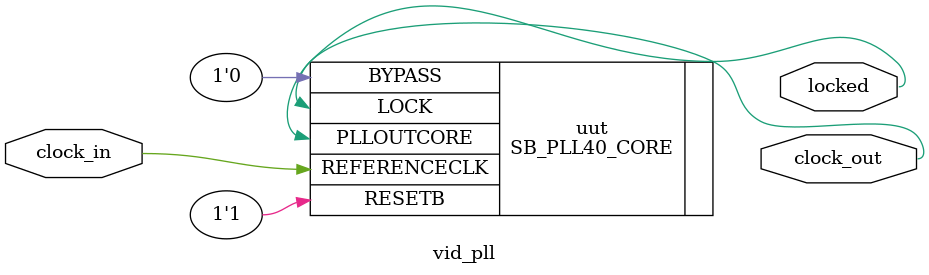
<source format=v>
/**
 * PLL configuration
 *
 * This Verilog module was generated automatically
 * using the icepll tool from the IceStorm project.
 * Use at your own risk.
 *
 * Given input frequency:        48.000 MHz
 * Requested output frequency:   32.000 MHz
 * Achieved output frequency:    32.000 MHz
 */

module vid_pll (
	input  clock_in,
	output clock_out,
	output locked
	);

SB_PLL40_CORE #(
		.FEEDBACK_PATH("SIMPLE"),
		.DIVR(4'b0010),		// DIVR =  2
		.DIVF(7'b0111111),	// DIVF = 63
		.DIVQ(3'b101),		// DIVQ =  5
		.FILTER_RANGE(3'b001)	// FILTER_RANGE = 1
	) uut (
		.LOCK(locked),
		.RESETB(1'b1),
		.BYPASS(1'b0),
		.REFERENCECLK(clock_in),
		.PLLOUTCORE(clock_out)
		);

endmodule

</source>
